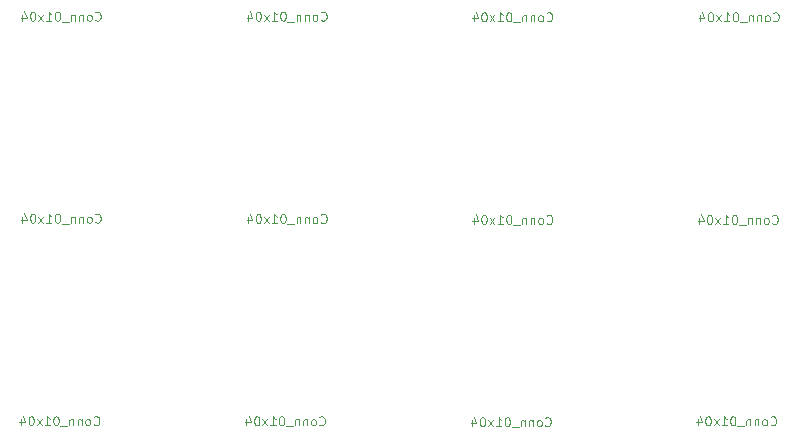
<source format=gbr>
%TF.GenerationSoftware,KiCad,Pcbnew,9.0.2*%
%TF.CreationDate,2025-05-19T21:39:43+01:00*%
%TF.ProjectId,grove_adaptor_panel,67726f76-655f-4616-9461-70746f725f70,rev?*%
%TF.SameCoordinates,Original*%
%TF.FileFunction,AssemblyDrawing,Bot*%
%FSLAX46Y46*%
G04 Gerber Fmt 4.6, Leading zero omitted, Abs format (unit mm)*
G04 Created by KiCad (PCBNEW 9.0.2) date 2025-05-19 21:39:43*
%MOMM*%
%LPD*%
G01*
G04 APERTURE LIST*
%ADD10C,0.077216*%
G04 APERTURE END LIST*
D10*
X144536695Y-107484947D02*
X144573464Y-107521717D01*
X144573464Y-107521717D02*
X144683773Y-107558486D01*
X144683773Y-107558486D02*
X144757312Y-107558486D01*
X144757312Y-107558486D02*
X144867620Y-107521717D01*
X144867620Y-107521717D02*
X144941159Y-107448177D01*
X144941159Y-107448177D02*
X144977929Y-107374638D01*
X144977929Y-107374638D02*
X145014698Y-107227560D01*
X145014698Y-107227560D02*
X145014698Y-107117252D01*
X145014698Y-107117252D02*
X144977929Y-106970174D01*
X144977929Y-106970174D02*
X144941159Y-106896635D01*
X144941159Y-106896635D02*
X144867620Y-106823096D01*
X144867620Y-106823096D02*
X144757312Y-106786326D01*
X144757312Y-106786326D02*
X144683773Y-106786326D01*
X144683773Y-106786326D02*
X144573464Y-106823096D01*
X144573464Y-106823096D02*
X144536695Y-106859865D01*
X144095460Y-107558486D02*
X144168999Y-107521717D01*
X144168999Y-107521717D02*
X144205769Y-107484947D01*
X144205769Y-107484947D02*
X144242538Y-107411408D01*
X144242538Y-107411408D02*
X144242538Y-107190791D01*
X144242538Y-107190791D02*
X144205769Y-107117252D01*
X144205769Y-107117252D02*
X144168999Y-107080482D01*
X144168999Y-107080482D02*
X144095460Y-107043713D01*
X144095460Y-107043713D02*
X143985152Y-107043713D01*
X143985152Y-107043713D02*
X143911613Y-107080482D01*
X143911613Y-107080482D02*
X143874843Y-107117252D01*
X143874843Y-107117252D02*
X143838074Y-107190791D01*
X143838074Y-107190791D02*
X143838074Y-107411408D01*
X143838074Y-107411408D02*
X143874843Y-107484947D01*
X143874843Y-107484947D02*
X143911613Y-107521717D01*
X143911613Y-107521717D02*
X143985152Y-107558486D01*
X143985152Y-107558486D02*
X144095460Y-107558486D01*
X143507148Y-107043713D02*
X143507148Y-107558486D01*
X143507148Y-107117252D02*
X143470378Y-107080482D01*
X143470378Y-107080482D02*
X143396839Y-107043713D01*
X143396839Y-107043713D02*
X143286531Y-107043713D01*
X143286531Y-107043713D02*
X143212992Y-107080482D01*
X143212992Y-107080482D02*
X143176222Y-107154021D01*
X143176222Y-107154021D02*
X143176222Y-107558486D01*
X142808527Y-107043713D02*
X142808527Y-107558486D01*
X142808527Y-107117252D02*
X142771757Y-107080482D01*
X142771757Y-107080482D02*
X142698218Y-107043713D01*
X142698218Y-107043713D02*
X142587910Y-107043713D01*
X142587910Y-107043713D02*
X142514371Y-107080482D01*
X142514371Y-107080482D02*
X142477601Y-107154021D01*
X142477601Y-107154021D02*
X142477601Y-107558486D01*
X142293754Y-107632025D02*
X141705441Y-107632025D01*
X141374516Y-106786326D02*
X141300977Y-106786326D01*
X141300977Y-106786326D02*
X141227438Y-106823096D01*
X141227438Y-106823096D02*
X141190668Y-106859865D01*
X141190668Y-106859865D02*
X141153899Y-106933404D01*
X141153899Y-106933404D02*
X141117129Y-107080482D01*
X141117129Y-107080482D02*
X141117129Y-107264330D01*
X141117129Y-107264330D02*
X141153899Y-107411408D01*
X141153899Y-107411408D02*
X141190668Y-107484947D01*
X141190668Y-107484947D02*
X141227438Y-107521717D01*
X141227438Y-107521717D02*
X141300977Y-107558486D01*
X141300977Y-107558486D02*
X141374516Y-107558486D01*
X141374516Y-107558486D02*
X141448055Y-107521717D01*
X141448055Y-107521717D02*
X141484824Y-107484947D01*
X141484824Y-107484947D02*
X141521594Y-107411408D01*
X141521594Y-107411408D02*
X141558363Y-107264330D01*
X141558363Y-107264330D02*
X141558363Y-107080482D01*
X141558363Y-107080482D02*
X141521594Y-106933404D01*
X141521594Y-106933404D02*
X141484824Y-106859865D01*
X141484824Y-106859865D02*
X141448055Y-106823096D01*
X141448055Y-106823096D02*
X141374516Y-106786326D01*
X140381739Y-107558486D02*
X140822973Y-107558486D01*
X140602356Y-107558486D02*
X140602356Y-106786326D01*
X140602356Y-106786326D02*
X140675895Y-106896635D01*
X140675895Y-106896635D02*
X140749434Y-106970174D01*
X140749434Y-106970174D02*
X140822973Y-107006943D01*
X140124353Y-107558486D02*
X139719888Y-107043713D01*
X140124353Y-107043713D02*
X139719888Y-107558486D01*
X139278654Y-106786326D02*
X139205115Y-106786326D01*
X139205115Y-106786326D02*
X139131576Y-106823096D01*
X139131576Y-106823096D02*
X139094806Y-106859865D01*
X139094806Y-106859865D02*
X139058037Y-106933404D01*
X139058037Y-106933404D02*
X139021267Y-107080482D01*
X139021267Y-107080482D02*
X139021267Y-107264330D01*
X139021267Y-107264330D02*
X139058037Y-107411408D01*
X139058037Y-107411408D02*
X139094806Y-107484947D01*
X139094806Y-107484947D02*
X139131576Y-107521717D01*
X139131576Y-107521717D02*
X139205115Y-107558486D01*
X139205115Y-107558486D02*
X139278654Y-107558486D01*
X139278654Y-107558486D02*
X139352193Y-107521717D01*
X139352193Y-107521717D02*
X139388962Y-107484947D01*
X139388962Y-107484947D02*
X139425732Y-107411408D01*
X139425732Y-107411408D02*
X139462501Y-107264330D01*
X139462501Y-107264330D02*
X139462501Y-107080482D01*
X139462501Y-107080482D02*
X139425732Y-106933404D01*
X139425732Y-106933404D02*
X139388962Y-106859865D01*
X139388962Y-106859865D02*
X139352193Y-106823096D01*
X139352193Y-106823096D02*
X139278654Y-106786326D01*
X138359416Y-107043713D02*
X138359416Y-107558486D01*
X138543264Y-106749557D02*
X138727111Y-107301099D01*
X138727111Y-107301099D02*
X138249108Y-107301099D01*
X163713695Y-90339947D02*
X163750464Y-90376717D01*
X163750464Y-90376717D02*
X163860773Y-90413486D01*
X163860773Y-90413486D02*
X163934312Y-90413486D01*
X163934312Y-90413486D02*
X164044620Y-90376717D01*
X164044620Y-90376717D02*
X164118159Y-90303177D01*
X164118159Y-90303177D02*
X164154929Y-90229638D01*
X164154929Y-90229638D02*
X164191698Y-90082560D01*
X164191698Y-90082560D02*
X164191698Y-89972252D01*
X164191698Y-89972252D02*
X164154929Y-89825174D01*
X164154929Y-89825174D02*
X164118159Y-89751635D01*
X164118159Y-89751635D02*
X164044620Y-89678096D01*
X164044620Y-89678096D02*
X163934312Y-89641326D01*
X163934312Y-89641326D02*
X163860773Y-89641326D01*
X163860773Y-89641326D02*
X163750464Y-89678096D01*
X163750464Y-89678096D02*
X163713695Y-89714865D01*
X163272460Y-90413486D02*
X163345999Y-90376717D01*
X163345999Y-90376717D02*
X163382769Y-90339947D01*
X163382769Y-90339947D02*
X163419538Y-90266408D01*
X163419538Y-90266408D02*
X163419538Y-90045791D01*
X163419538Y-90045791D02*
X163382769Y-89972252D01*
X163382769Y-89972252D02*
X163345999Y-89935482D01*
X163345999Y-89935482D02*
X163272460Y-89898713D01*
X163272460Y-89898713D02*
X163162152Y-89898713D01*
X163162152Y-89898713D02*
X163088613Y-89935482D01*
X163088613Y-89935482D02*
X163051843Y-89972252D01*
X163051843Y-89972252D02*
X163015074Y-90045791D01*
X163015074Y-90045791D02*
X163015074Y-90266408D01*
X163015074Y-90266408D02*
X163051843Y-90339947D01*
X163051843Y-90339947D02*
X163088613Y-90376717D01*
X163088613Y-90376717D02*
X163162152Y-90413486D01*
X163162152Y-90413486D02*
X163272460Y-90413486D01*
X162684148Y-89898713D02*
X162684148Y-90413486D01*
X162684148Y-89972252D02*
X162647378Y-89935482D01*
X162647378Y-89935482D02*
X162573839Y-89898713D01*
X162573839Y-89898713D02*
X162463531Y-89898713D01*
X162463531Y-89898713D02*
X162389992Y-89935482D01*
X162389992Y-89935482D02*
X162353222Y-90009021D01*
X162353222Y-90009021D02*
X162353222Y-90413486D01*
X161985527Y-89898713D02*
X161985527Y-90413486D01*
X161985527Y-89972252D02*
X161948757Y-89935482D01*
X161948757Y-89935482D02*
X161875218Y-89898713D01*
X161875218Y-89898713D02*
X161764910Y-89898713D01*
X161764910Y-89898713D02*
X161691371Y-89935482D01*
X161691371Y-89935482D02*
X161654601Y-90009021D01*
X161654601Y-90009021D02*
X161654601Y-90413486D01*
X161470754Y-90487025D02*
X160882441Y-90487025D01*
X160551516Y-89641326D02*
X160477977Y-89641326D01*
X160477977Y-89641326D02*
X160404438Y-89678096D01*
X160404438Y-89678096D02*
X160367668Y-89714865D01*
X160367668Y-89714865D02*
X160330899Y-89788404D01*
X160330899Y-89788404D02*
X160294129Y-89935482D01*
X160294129Y-89935482D02*
X160294129Y-90119330D01*
X160294129Y-90119330D02*
X160330899Y-90266408D01*
X160330899Y-90266408D02*
X160367668Y-90339947D01*
X160367668Y-90339947D02*
X160404438Y-90376717D01*
X160404438Y-90376717D02*
X160477977Y-90413486D01*
X160477977Y-90413486D02*
X160551516Y-90413486D01*
X160551516Y-90413486D02*
X160625055Y-90376717D01*
X160625055Y-90376717D02*
X160661824Y-90339947D01*
X160661824Y-90339947D02*
X160698594Y-90266408D01*
X160698594Y-90266408D02*
X160735363Y-90119330D01*
X160735363Y-90119330D02*
X160735363Y-89935482D01*
X160735363Y-89935482D02*
X160698594Y-89788404D01*
X160698594Y-89788404D02*
X160661824Y-89714865D01*
X160661824Y-89714865D02*
X160625055Y-89678096D01*
X160625055Y-89678096D02*
X160551516Y-89641326D01*
X159558739Y-90413486D02*
X159999973Y-90413486D01*
X159779356Y-90413486D02*
X159779356Y-89641326D01*
X159779356Y-89641326D02*
X159852895Y-89751635D01*
X159852895Y-89751635D02*
X159926434Y-89825174D01*
X159926434Y-89825174D02*
X159999973Y-89861943D01*
X159301353Y-90413486D02*
X158896888Y-89898713D01*
X159301353Y-89898713D02*
X158896888Y-90413486D01*
X158455654Y-89641326D02*
X158382115Y-89641326D01*
X158382115Y-89641326D02*
X158308576Y-89678096D01*
X158308576Y-89678096D02*
X158271806Y-89714865D01*
X158271806Y-89714865D02*
X158235037Y-89788404D01*
X158235037Y-89788404D02*
X158198267Y-89935482D01*
X158198267Y-89935482D02*
X158198267Y-90119330D01*
X158198267Y-90119330D02*
X158235037Y-90266408D01*
X158235037Y-90266408D02*
X158271806Y-90339947D01*
X158271806Y-90339947D02*
X158308576Y-90376717D01*
X158308576Y-90376717D02*
X158382115Y-90413486D01*
X158382115Y-90413486D02*
X158455654Y-90413486D01*
X158455654Y-90413486D02*
X158529193Y-90376717D01*
X158529193Y-90376717D02*
X158565962Y-90339947D01*
X158565962Y-90339947D02*
X158602732Y-90266408D01*
X158602732Y-90266408D02*
X158639501Y-90119330D01*
X158639501Y-90119330D02*
X158639501Y-89935482D01*
X158639501Y-89935482D02*
X158602732Y-89788404D01*
X158602732Y-89788404D02*
X158565962Y-89714865D01*
X158565962Y-89714865D02*
X158529193Y-89678096D01*
X158529193Y-89678096D02*
X158455654Y-89641326D01*
X157536416Y-89898713D02*
X157536416Y-90413486D01*
X157720264Y-89604557D02*
X157904111Y-90156099D01*
X157904111Y-90156099D02*
X157426108Y-90156099D01*
X144536695Y-90339947D02*
X144573464Y-90376717D01*
X144573464Y-90376717D02*
X144683773Y-90413486D01*
X144683773Y-90413486D02*
X144757312Y-90413486D01*
X144757312Y-90413486D02*
X144867620Y-90376717D01*
X144867620Y-90376717D02*
X144941159Y-90303177D01*
X144941159Y-90303177D02*
X144977929Y-90229638D01*
X144977929Y-90229638D02*
X145014698Y-90082560D01*
X145014698Y-90082560D02*
X145014698Y-89972252D01*
X145014698Y-89972252D02*
X144977929Y-89825174D01*
X144977929Y-89825174D02*
X144941159Y-89751635D01*
X144941159Y-89751635D02*
X144867620Y-89678096D01*
X144867620Y-89678096D02*
X144757312Y-89641326D01*
X144757312Y-89641326D02*
X144683773Y-89641326D01*
X144683773Y-89641326D02*
X144573464Y-89678096D01*
X144573464Y-89678096D02*
X144536695Y-89714865D01*
X144095460Y-90413486D02*
X144168999Y-90376717D01*
X144168999Y-90376717D02*
X144205769Y-90339947D01*
X144205769Y-90339947D02*
X144242538Y-90266408D01*
X144242538Y-90266408D02*
X144242538Y-90045791D01*
X144242538Y-90045791D02*
X144205769Y-89972252D01*
X144205769Y-89972252D02*
X144168999Y-89935482D01*
X144168999Y-89935482D02*
X144095460Y-89898713D01*
X144095460Y-89898713D02*
X143985152Y-89898713D01*
X143985152Y-89898713D02*
X143911613Y-89935482D01*
X143911613Y-89935482D02*
X143874843Y-89972252D01*
X143874843Y-89972252D02*
X143838074Y-90045791D01*
X143838074Y-90045791D02*
X143838074Y-90266408D01*
X143838074Y-90266408D02*
X143874843Y-90339947D01*
X143874843Y-90339947D02*
X143911613Y-90376717D01*
X143911613Y-90376717D02*
X143985152Y-90413486D01*
X143985152Y-90413486D02*
X144095460Y-90413486D01*
X143507148Y-89898713D02*
X143507148Y-90413486D01*
X143507148Y-89972252D02*
X143470378Y-89935482D01*
X143470378Y-89935482D02*
X143396839Y-89898713D01*
X143396839Y-89898713D02*
X143286531Y-89898713D01*
X143286531Y-89898713D02*
X143212992Y-89935482D01*
X143212992Y-89935482D02*
X143176222Y-90009021D01*
X143176222Y-90009021D02*
X143176222Y-90413486D01*
X142808527Y-89898713D02*
X142808527Y-90413486D01*
X142808527Y-89972252D02*
X142771757Y-89935482D01*
X142771757Y-89935482D02*
X142698218Y-89898713D01*
X142698218Y-89898713D02*
X142587910Y-89898713D01*
X142587910Y-89898713D02*
X142514371Y-89935482D01*
X142514371Y-89935482D02*
X142477601Y-90009021D01*
X142477601Y-90009021D02*
X142477601Y-90413486D01*
X142293754Y-90487025D02*
X141705441Y-90487025D01*
X141374516Y-89641326D02*
X141300977Y-89641326D01*
X141300977Y-89641326D02*
X141227438Y-89678096D01*
X141227438Y-89678096D02*
X141190668Y-89714865D01*
X141190668Y-89714865D02*
X141153899Y-89788404D01*
X141153899Y-89788404D02*
X141117129Y-89935482D01*
X141117129Y-89935482D02*
X141117129Y-90119330D01*
X141117129Y-90119330D02*
X141153899Y-90266408D01*
X141153899Y-90266408D02*
X141190668Y-90339947D01*
X141190668Y-90339947D02*
X141227438Y-90376717D01*
X141227438Y-90376717D02*
X141300977Y-90413486D01*
X141300977Y-90413486D02*
X141374516Y-90413486D01*
X141374516Y-90413486D02*
X141448055Y-90376717D01*
X141448055Y-90376717D02*
X141484824Y-90339947D01*
X141484824Y-90339947D02*
X141521594Y-90266408D01*
X141521594Y-90266408D02*
X141558363Y-90119330D01*
X141558363Y-90119330D02*
X141558363Y-89935482D01*
X141558363Y-89935482D02*
X141521594Y-89788404D01*
X141521594Y-89788404D02*
X141484824Y-89714865D01*
X141484824Y-89714865D02*
X141448055Y-89678096D01*
X141448055Y-89678096D02*
X141374516Y-89641326D01*
X140381739Y-90413486D02*
X140822973Y-90413486D01*
X140602356Y-90413486D02*
X140602356Y-89641326D01*
X140602356Y-89641326D02*
X140675895Y-89751635D01*
X140675895Y-89751635D02*
X140749434Y-89825174D01*
X140749434Y-89825174D02*
X140822973Y-89861943D01*
X140124353Y-90413486D02*
X139719888Y-89898713D01*
X140124353Y-89898713D02*
X139719888Y-90413486D01*
X139278654Y-89641326D02*
X139205115Y-89641326D01*
X139205115Y-89641326D02*
X139131576Y-89678096D01*
X139131576Y-89678096D02*
X139094806Y-89714865D01*
X139094806Y-89714865D02*
X139058037Y-89788404D01*
X139058037Y-89788404D02*
X139021267Y-89935482D01*
X139021267Y-89935482D02*
X139021267Y-90119330D01*
X139021267Y-90119330D02*
X139058037Y-90266408D01*
X139058037Y-90266408D02*
X139094806Y-90339947D01*
X139094806Y-90339947D02*
X139131576Y-90376717D01*
X139131576Y-90376717D02*
X139205115Y-90413486D01*
X139205115Y-90413486D02*
X139278654Y-90413486D01*
X139278654Y-90413486D02*
X139352193Y-90376717D01*
X139352193Y-90376717D02*
X139388962Y-90339947D01*
X139388962Y-90339947D02*
X139425732Y-90266408D01*
X139425732Y-90266408D02*
X139462501Y-90119330D01*
X139462501Y-90119330D02*
X139462501Y-89935482D01*
X139462501Y-89935482D02*
X139425732Y-89788404D01*
X139425732Y-89788404D02*
X139388962Y-89714865D01*
X139388962Y-89714865D02*
X139352193Y-89678096D01*
X139352193Y-89678096D02*
X139278654Y-89641326D01*
X138359416Y-89898713D02*
X138359416Y-90413486D01*
X138543264Y-89604557D02*
X138727111Y-90156099D01*
X138727111Y-90156099D02*
X138249108Y-90156099D01*
X125423195Y-107421447D02*
X125459964Y-107458217D01*
X125459964Y-107458217D02*
X125570273Y-107494986D01*
X125570273Y-107494986D02*
X125643812Y-107494986D01*
X125643812Y-107494986D02*
X125754120Y-107458217D01*
X125754120Y-107458217D02*
X125827659Y-107384677D01*
X125827659Y-107384677D02*
X125864429Y-107311138D01*
X125864429Y-107311138D02*
X125901198Y-107164060D01*
X125901198Y-107164060D02*
X125901198Y-107053752D01*
X125901198Y-107053752D02*
X125864429Y-106906674D01*
X125864429Y-106906674D02*
X125827659Y-106833135D01*
X125827659Y-106833135D02*
X125754120Y-106759596D01*
X125754120Y-106759596D02*
X125643812Y-106722826D01*
X125643812Y-106722826D02*
X125570273Y-106722826D01*
X125570273Y-106722826D02*
X125459964Y-106759596D01*
X125459964Y-106759596D02*
X125423195Y-106796365D01*
X124981960Y-107494986D02*
X125055499Y-107458217D01*
X125055499Y-107458217D02*
X125092269Y-107421447D01*
X125092269Y-107421447D02*
X125129038Y-107347908D01*
X125129038Y-107347908D02*
X125129038Y-107127291D01*
X125129038Y-107127291D02*
X125092269Y-107053752D01*
X125092269Y-107053752D02*
X125055499Y-107016982D01*
X125055499Y-107016982D02*
X124981960Y-106980213D01*
X124981960Y-106980213D02*
X124871652Y-106980213D01*
X124871652Y-106980213D02*
X124798113Y-107016982D01*
X124798113Y-107016982D02*
X124761343Y-107053752D01*
X124761343Y-107053752D02*
X124724574Y-107127291D01*
X124724574Y-107127291D02*
X124724574Y-107347908D01*
X124724574Y-107347908D02*
X124761343Y-107421447D01*
X124761343Y-107421447D02*
X124798113Y-107458217D01*
X124798113Y-107458217D02*
X124871652Y-107494986D01*
X124871652Y-107494986D02*
X124981960Y-107494986D01*
X124393648Y-106980213D02*
X124393648Y-107494986D01*
X124393648Y-107053752D02*
X124356878Y-107016982D01*
X124356878Y-107016982D02*
X124283339Y-106980213D01*
X124283339Y-106980213D02*
X124173031Y-106980213D01*
X124173031Y-106980213D02*
X124099492Y-107016982D01*
X124099492Y-107016982D02*
X124062722Y-107090521D01*
X124062722Y-107090521D02*
X124062722Y-107494986D01*
X123695027Y-106980213D02*
X123695027Y-107494986D01*
X123695027Y-107053752D02*
X123658257Y-107016982D01*
X123658257Y-107016982D02*
X123584718Y-106980213D01*
X123584718Y-106980213D02*
X123474410Y-106980213D01*
X123474410Y-106980213D02*
X123400871Y-107016982D01*
X123400871Y-107016982D02*
X123364101Y-107090521D01*
X123364101Y-107090521D02*
X123364101Y-107494986D01*
X123180254Y-107568525D02*
X122591941Y-107568525D01*
X122261016Y-106722826D02*
X122187477Y-106722826D01*
X122187477Y-106722826D02*
X122113938Y-106759596D01*
X122113938Y-106759596D02*
X122077168Y-106796365D01*
X122077168Y-106796365D02*
X122040399Y-106869904D01*
X122040399Y-106869904D02*
X122003629Y-107016982D01*
X122003629Y-107016982D02*
X122003629Y-107200830D01*
X122003629Y-107200830D02*
X122040399Y-107347908D01*
X122040399Y-107347908D02*
X122077168Y-107421447D01*
X122077168Y-107421447D02*
X122113938Y-107458217D01*
X122113938Y-107458217D02*
X122187477Y-107494986D01*
X122187477Y-107494986D02*
X122261016Y-107494986D01*
X122261016Y-107494986D02*
X122334555Y-107458217D01*
X122334555Y-107458217D02*
X122371324Y-107421447D01*
X122371324Y-107421447D02*
X122408094Y-107347908D01*
X122408094Y-107347908D02*
X122444863Y-107200830D01*
X122444863Y-107200830D02*
X122444863Y-107016982D01*
X122444863Y-107016982D02*
X122408094Y-106869904D01*
X122408094Y-106869904D02*
X122371324Y-106796365D01*
X122371324Y-106796365D02*
X122334555Y-106759596D01*
X122334555Y-106759596D02*
X122261016Y-106722826D01*
X121268239Y-107494986D02*
X121709473Y-107494986D01*
X121488856Y-107494986D02*
X121488856Y-106722826D01*
X121488856Y-106722826D02*
X121562395Y-106833135D01*
X121562395Y-106833135D02*
X121635934Y-106906674D01*
X121635934Y-106906674D02*
X121709473Y-106943443D01*
X121010853Y-107494986D02*
X120606388Y-106980213D01*
X121010853Y-106980213D02*
X120606388Y-107494986D01*
X120165154Y-106722826D02*
X120091615Y-106722826D01*
X120091615Y-106722826D02*
X120018076Y-106759596D01*
X120018076Y-106759596D02*
X119981306Y-106796365D01*
X119981306Y-106796365D02*
X119944537Y-106869904D01*
X119944537Y-106869904D02*
X119907767Y-107016982D01*
X119907767Y-107016982D02*
X119907767Y-107200830D01*
X119907767Y-107200830D02*
X119944537Y-107347908D01*
X119944537Y-107347908D02*
X119981306Y-107421447D01*
X119981306Y-107421447D02*
X120018076Y-107458217D01*
X120018076Y-107458217D02*
X120091615Y-107494986D01*
X120091615Y-107494986D02*
X120165154Y-107494986D01*
X120165154Y-107494986D02*
X120238693Y-107458217D01*
X120238693Y-107458217D02*
X120275462Y-107421447D01*
X120275462Y-107421447D02*
X120312232Y-107347908D01*
X120312232Y-107347908D02*
X120349001Y-107200830D01*
X120349001Y-107200830D02*
X120349001Y-107016982D01*
X120349001Y-107016982D02*
X120312232Y-106869904D01*
X120312232Y-106869904D02*
X120275462Y-106796365D01*
X120275462Y-106796365D02*
X120238693Y-106759596D01*
X120238693Y-106759596D02*
X120165154Y-106722826D01*
X119245916Y-106980213D02*
X119245916Y-107494986D01*
X119429764Y-106686057D02*
X119613611Y-107237599D01*
X119613611Y-107237599D02*
X119135608Y-107237599D01*
X106192695Y-124528447D02*
X106229464Y-124565217D01*
X106229464Y-124565217D02*
X106339773Y-124601986D01*
X106339773Y-124601986D02*
X106413312Y-124601986D01*
X106413312Y-124601986D02*
X106523620Y-124565217D01*
X106523620Y-124565217D02*
X106597159Y-124491677D01*
X106597159Y-124491677D02*
X106633929Y-124418138D01*
X106633929Y-124418138D02*
X106670698Y-124271060D01*
X106670698Y-124271060D02*
X106670698Y-124160752D01*
X106670698Y-124160752D02*
X106633929Y-124013674D01*
X106633929Y-124013674D02*
X106597159Y-123940135D01*
X106597159Y-123940135D02*
X106523620Y-123866596D01*
X106523620Y-123866596D02*
X106413312Y-123829826D01*
X106413312Y-123829826D02*
X106339773Y-123829826D01*
X106339773Y-123829826D02*
X106229464Y-123866596D01*
X106229464Y-123866596D02*
X106192695Y-123903365D01*
X105751460Y-124601986D02*
X105824999Y-124565217D01*
X105824999Y-124565217D02*
X105861769Y-124528447D01*
X105861769Y-124528447D02*
X105898538Y-124454908D01*
X105898538Y-124454908D02*
X105898538Y-124234291D01*
X105898538Y-124234291D02*
X105861769Y-124160752D01*
X105861769Y-124160752D02*
X105824999Y-124123982D01*
X105824999Y-124123982D02*
X105751460Y-124087213D01*
X105751460Y-124087213D02*
X105641152Y-124087213D01*
X105641152Y-124087213D02*
X105567613Y-124123982D01*
X105567613Y-124123982D02*
X105530843Y-124160752D01*
X105530843Y-124160752D02*
X105494074Y-124234291D01*
X105494074Y-124234291D02*
X105494074Y-124454908D01*
X105494074Y-124454908D02*
X105530843Y-124528447D01*
X105530843Y-124528447D02*
X105567613Y-124565217D01*
X105567613Y-124565217D02*
X105641152Y-124601986D01*
X105641152Y-124601986D02*
X105751460Y-124601986D01*
X105163148Y-124087213D02*
X105163148Y-124601986D01*
X105163148Y-124160752D02*
X105126378Y-124123982D01*
X105126378Y-124123982D02*
X105052839Y-124087213D01*
X105052839Y-124087213D02*
X104942531Y-124087213D01*
X104942531Y-124087213D02*
X104868992Y-124123982D01*
X104868992Y-124123982D02*
X104832222Y-124197521D01*
X104832222Y-124197521D02*
X104832222Y-124601986D01*
X104464527Y-124087213D02*
X104464527Y-124601986D01*
X104464527Y-124160752D02*
X104427757Y-124123982D01*
X104427757Y-124123982D02*
X104354218Y-124087213D01*
X104354218Y-124087213D02*
X104243910Y-124087213D01*
X104243910Y-124087213D02*
X104170371Y-124123982D01*
X104170371Y-124123982D02*
X104133601Y-124197521D01*
X104133601Y-124197521D02*
X104133601Y-124601986D01*
X103949754Y-124675525D02*
X103361441Y-124675525D01*
X103030516Y-123829826D02*
X102956977Y-123829826D01*
X102956977Y-123829826D02*
X102883438Y-123866596D01*
X102883438Y-123866596D02*
X102846668Y-123903365D01*
X102846668Y-123903365D02*
X102809899Y-123976904D01*
X102809899Y-123976904D02*
X102773129Y-124123982D01*
X102773129Y-124123982D02*
X102773129Y-124307830D01*
X102773129Y-124307830D02*
X102809899Y-124454908D01*
X102809899Y-124454908D02*
X102846668Y-124528447D01*
X102846668Y-124528447D02*
X102883438Y-124565217D01*
X102883438Y-124565217D02*
X102956977Y-124601986D01*
X102956977Y-124601986D02*
X103030516Y-124601986D01*
X103030516Y-124601986D02*
X103104055Y-124565217D01*
X103104055Y-124565217D02*
X103140824Y-124528447D01*
X103140824Y-124528447D02*
X103177594Y-124454908D01*
X103177594Y-124454908D02*
X103214363Y-124307830D01*
X103214363Y-124307830D02*
X103214363Y-124123982D01*
X103214363Y-124123982D02*
X103177594Y-123976904D01*
X103177594Y-123976904D02*
X103140824Y-123903365D01*
X103140824Y-123903365D02*
X103104055Y-123866596D01*
X103104055Y-123866596D02*
X103030516Y-123829826D01*
X102037739Y-124601986D02*
X102478973Y-124601986D01*
X102258356Y-124601986D02*
X102258356Y-123829826D01*
X102258356Y-123829826D02*
X102331895Y-123940135D01*
X102331895Y-123940135D02*
X102405434Y-124013674D01*
X102405434Y-124013674D02*
X102478973Y-124050443D01*
X101780353Y-124601986D02*
X101375888Y-124087213D01*
X101780353Y-124087213D02*
X101375888Y-124601986D01*
X100934654Y-123829826D02*
X100861115Y-123829826D01*
X100861115Y-123829826D02*
X100787576Y-123866596D01*
X100787576Y-123866596D02*
X100750806Y-123903365D01*
X100750806Y-123903365D02*
X100714037Y-123976904D01*
X100714037Y-123976904D02*
X100677267Y-124123982D01*
X100677267Y-124123982D02*
X100677267Y-124307830D01*
X100677267Y-124307830D02*
X100714037Y-124454908D01*
X100714037Y-124454908D02*
X100750806Y-124528447D01*
X100750806Y-124528447D02*
X100787576Y-124565217D01*
X100787576Y-124565217D02*
X100861115Y-124601986D01*
X100861115Y-124601986D02*
X100934654Y-124601986D01*
X100934654Y-124601986D02*
X101008193Y-124565217D01*
X101008193Y-124565217D02*
X101044962Y-124528447D01*
X101044962Y-124528447D02*
X101081732Y-124454908D01*
X101081732Y-124454908D02*
X101118501Y-124307830D01*
X101118501Y-124307830D02*
X101118501Y-124123982D01*
X101118501Y-124123982D02*
X101081732Y-123976904D01*
X101081732Y-123976904D02*
X101044962Y-123903365D01*
X101044962Y-123903365D02*
X101008193Y-123866596D01*
X101008193Y-123866596D02*
X100934654Y-123829826D01*
X100015416Y-124087213D02*
X100015416Y-124601986D01*
X100199264Y-123793057D02*
X100383111Y-124344599D01*
X100383111Y-124344599D02*
X99905108Y-124344599D01*
X106319695Y-107383447D02*
X106356464Y-107420217D01*
X106356464Y-107420217D02*
X106466773Y-107456986D01*
X106466773Y-107456986D02*
X106540312Y-107456986D01*
X106540312Y-107456986D02*
X106650620Y-107420217D01*
X106650620Y-107420217D02*
X106724159Y-107346677D01*
X106724159Y-107346677D02*
X106760929Y-107273138D01*
X106760929Y-107273138D02*
X106797698Y-107126060D01*
X106797698Y-107126060D02*
X106797698Y-107015752D01*
X106797698Y-107015752D02*
X106760929Y-106868674D01*
X106760929Y-106868674D02*
X106724159Y-106795135D01*
X106724159Y-106795135D02*
X106650620Y-106721596D01*
X106650620Y-106721596D02*
X106540312Y-106684826D01*
X106540312Y-106684826D02*
X106466773Y-106684826D01*
X106466773Y-106684826D02*
X106356464Y-106721596D01*
X106356464Y-106721596D02*
X106319695Y-106758365D01*
X105878460Y-107456986D02*
X105951999Y-107420217D01*
X105951999Y-107420217D02*
X105988769Y-107383447D01*
X105988769Y-107383447D02*
X106025538Y-107309908D01*
X106025538Y-107309908D02*
X106025538Y-107089291D01*
X106025538Y-107089291D02*
X105988769Y-107015752D01*
X105988769Y-107015752D02*
X105951999Y-106978982D01*
X105951999Y-106978982D02*
X105878460Y-106942213D01*
X105878460Y-106942213D02*
X105768152Y-106942213D01*
X105768152Y-106942213D02*
X105694613Y-106978982D01*
X105694613Y-106978982D02*
X105657843Y-107015752D01*
X105657843Y-107015752D02*
X105621074Y-107089291D01*
X105621074Y-107089291D02*
X105621074Y-107309908D01*
X105621074Y-107309908D02*
X105657843Y-107383447D01*
X105657843Y-107383447D02*
X105694613Y-107420217D01*
X105694613Y-107420217D02*
X105768152Y-107456986D01*
X105768152Y-107456986D02*
X105878460Y-107456986D01*
X105290148Y-106942213D02*
X105290148Y-107456986D01*
X105290148Y-107015752D02*
X105253378Y-106978982D01*
X105253378Y-106978982D02*
X105179839Y-106942213D01*
X105179839Y-106942213D02*
X105069531Y-106942213D01*
X105069531Y-106942213D02*
X104995992Y-106978982D01*
X104995992Y-106978982D02*
X104959222Y-107052521D01*
X104959222Y-107052521D02*
X104959222Y-107456986D01*
X104591527Y-106942213D02*
X104591527Y-107456986D01*
X104591527Y-107015752D02*
X104554757Y-106978982D01*
X104554757Y-106978982D02*
X104481218Y-106942213D01*
X104481218Y-106942213D02*
X104370910Y-106942213D01*
X104370910Y-106942213D02*
X104297371Y-106978982D01*
X104297371Y-106978982D02*
X104260601Y-107052521D01*
X104260601Y-107052521D02*
X104260601Y-107456986D01*
X104076754Y-107530525D02*
X103488441Y-107530525D01*
X103157516Y-106684826D02*
X103083977Y-106684826D01*
X103083977Y-106684826D02*
X103010438Y-106721596D01*
X103010438Y-106721596D02*
X102973668Y-106758365D01*
X102973668Y-106758365D02*
X102936899Y-106831904D01*
X102936899Y-106831904D02*
X102900129Y-106978982D01*
X102900129Y-106978982D02*
X102900129Y-107162830D01*
X102900129Y-107162830D02*
X102936899Y-107309908D01*
X102936899Y-107309908D02*
X102973668Y-107383447D01*
X102973668Y-107383447D02*
X103010438Y-107420217D01*
X103010438Y-107420217D02*
X103083977Y-107456986D01*
X103083977Y-107456986D02*
X103157516Y-107456986D01*
X103157516Y-107456986D02*
X103231055Y-107420217D01*
X103231055Y-107420217D02*
X103267824Y-107383447D01*
X103267824Y-107383447D02*
X103304594Y-107309908D01*
X103304594Y-107309908D02*
X103341363Y-107162830D01*
X103341363Y-107162830D02*
X103341363Y-106978982D01*
X103341363Y-106978982D02*
X103304594Y-106831904D01*
X103304594Y-106831904D02*
X103267824Y-106758365D01*
X103267824Y-106758365D02*
X103231055Y-106721596D01*
X103231055Y-106721596D02*
X103157516Y-106684826D01*
X102164739Y-107456986D02*
X102605973Y-107456986D01*
X102385356Y-107456986D02*
X102385356Y-106684826D01*
X102385356Y-106684826D02*
X102458895Y-106795135D01*
X102458895Y-106795135D02*
X102532434Y-106868674D01*
X102532434Y-106868674D02*
X102605973Y-106905443D01*
X101907353Y-107456986D02*
X101502888Y-106942213D01*
X101907353Y-106942213D02*
X101502888Y-107456986D01*
X101061654Y-106684826D02*
X100988115Y-106684826D01*
X100988115Y-106684826D02*
X100914576Y-106721596D01*
X100914576Y-106721596D02*
X100877806Y-106758365D01*
X100877806Y-106758365D02*
X100841037Y-106831904D01*
X100841037Y-106831904D02*
X100804267Y-106978982D01*
X100804267Y-106978982D02*
X100804267Y-107162830D01*
X100804267Y-107162830D02*
X100841037Y-107309908D01*
X100841037Y-107309908D02*
X100877806Y-107383447D01*
X100877806Y-107383447D02*
X100914576Y-107420217D01*
X100914576Y-107420217D02*
X100988115Y-107456986D01*
X100988115Y-107456986D02*
X101061654Y-107456986D01*
X101061654Y-107456986D02*
X101135193Y-107420217D01*
X101135193Y-107420217D02*
X101171962Y-107383447D01*
X101171962Y-107383447D02*
X101208732Y-107309908D01*
X101208732Y-107309908D02*
X101245501Y-107162830D01*
X101245501Y-107162830D02*
X101245501Y-106978982D01*
X101245501Y-106978982D02*
X101208732Y-106831904D01*
X101208732Y-106831904D02*
X101171962Y-106758365D01*
X101171962Y-106758365D02*
X101135193Y-106721596D01*
X101135193Y-106721596D02*
X101061654Y-106684826D01*
X100142416Y-106942213D02*
X100142416Y-107456986D01*
X100326264Y-106648057D02*
X100510111Y-107199599D01*
X100510111Y-107199599D02*
X100032108Y-107199599D01*
X163503195Y-124550447D02*
X163539964Y-124587217D01*
X163539964Y-124587217D02*
X163650273Y-124623986D01*
X163650273Y-124623986D02*
X163723812Y-124623986D01*
X163723812Y-124623986D02*
X163834120Y-124587217D01*
X163834120Y-124587217D02*
X163907659Y-124513677D01*
X163907659Y-124513677D02*
X163944429Y-124440138D01*
X163944429Y-124440138D02*
X163981198Y-124293060D01*
X163981198Y-124293060D02*
X163981198Y-124182752D01*
X163981198Y-124182752D02*
X163944429Y-124035674D01*
X163944429Y-124035674D02*
X163907659Y-123962135D01*
X163907659Y-123962135D02*
X163834120Y-123888596D01*
X163834120Y-123888596D02*
X163723812Y-123851826D01*
X163723812Y-123851826D02*
X163650273Y-123851826D01*
X163650273Y-123851826D02*
X163539964Y-123888596D01*
X163539964Y-123888596D02*
X163503195Y-123925365D01*
X163061960Y-124623986D02*
X163135499Y-124587217D01*
X163135499Y-124587217D02*
X163172269Y-124550447D01*
X163172269Y-124550447D02*
X163209038Y-124476908D01*
X163209038Y-124476908D02*
X163209038Y-124256291D01*
X163209038Y-124256291D02*
X163172269Y-124182752D01*
X163172269Y-124182752D02*
X163135499Y-124145982D01*
X163135499Y-124145982D02*
X163061960Y-124109213D01*
X163061960Y-124109213D02*
X162951652Y-124109213D01*
X162951652Y-124109213D02*
X162878113Y-124145982D01*
X162878113Y-124145982D02*
X162841343Y-124182752D01*
X162841343Y-124182752D02*
X162804574Y-124256291D01*
X162804574Y-124256291D02*
X162804574Y-124476908D01*
X162804574Y-124476908D02*
X162841343Y-124550447D01*
X162841343Y-124550447D02*
X162878113Y-124587217D01*
X162878113Y-124587217D02*
X162951652Y-124623986D01*
X162951652Y-124623986D02*
X163061960Y-124623986D01*
X162473648Y-124109213D02*
X162473648Y-124623986D01*
X162473648Y-124182752D02*
X162436878Y-124145982D01*
X162436878Y-124145982D02*
X162363339Y-124109213D01*
X162363339Y-124109213D02*
X162253031Y-124109213D01*
X162253031Y-124109213D02*
X162179492Y-124145982D01*
X162179492Y-124145982D02*
X162142722Y-124219521D01*
X162142722Y-124219521D02*
X162142722Y-124623986D01*
X161775027Y-124109213D02*
X161775027Y-124623986D01*
X161775027Y-124182752D02*
X161738257Y-124145982D01*
X161738257Y-124145982D02*
X161664718Y-124109213D01*
X161664718Y-124109213D02*
X161554410Y-124109213D01*
X161554410Y-124109213D02*
X161480871Y-124145982D01*
X161480871Y-124145982D02*
X161444101Y-124219521D01*
X161444101Y-124219521D02*
X161444101Y-124623986D01*
X161260254Y-124697525D02*
X160671941Y-124697525D01*
X160341016Y-123851826D02*
X160267477Y-123851826D01*
X160267477Y-123851826D02*
X160193938Y-123888596D01*
X160193938Y-123888596D02*
X160157168Y-123925365D01*
X160157168Y-123925365D02*
X160120399Y-123998904D01*
X160120399Y-123998904D02*
X160083629Y-124145982D01*
X160083629Y-124145982D02*
X160083629Y-124329830D01*
X160083629Y-124329830D02*
X160120399Y-124476908D01*
X160120399Y-124476908D02*
X160157168Y-124550447D01*
X160157168Y-124550447D02*
X160193938Y-124587217D01*
X160193938Y-124587217D02*
X160267477Y-124623986D01*
X160267477Y-124623986D02*
X160341016Y-124623986D01*
X160341016Y-124623986D02*
X160414555Y-124587217D01*
X160414555Y-124587217D02*
X160451324Y-124550447D01*
X160451324Y-124550447D02*
X160488094Y-124476908D01*
X160488094Y-124476908D02*
X160524863Y-124329830D01*
X160524863Y-124329830D02*
X160524863Y-124145982D01*
X160524863Y-124145982D02*
X160488094Y-123998904D01*
X160488094Y-123998904D02*
X160451324Y-123925365D01*
X160451324Y-123925365D02*
X160414555Y-123888596D01*
X160414555Y-123888596D02*
X160341016Y-123851826D01*
X159348239Y-124623986D02*
X159789473Y-124623986D01*
X159568856Y-124623986D02*
X159568856Y-123851826D01*
X159568856Y-123851826D02*
X159642395Y-123962135D01*
X159642395Y-123962135D02*
X159715934Y-124035674D01*
X159715934Y-124035674D02*
X159789473Y-124072443D01*
X159090853Y-124623986D02*
X158686388Y-124109213D01*
X159090853Y-124109213D02*
X158686388Y-124623986D01*
X158245154Y-123851826D02*
X158171615Y-123851826D01*
X158171615Y-123851826D02*
X158098076Y-123888596D01*
X158098076Y-123888596D02*
X158061306Y-123925365D01*
X158061306Y-123925365D02*
X158024537Y-123998904D01*
X158024537Y-123998904D02*
X157987767Y-124145982D01*
X157987767Y-124145982D02*
X157987767Y-124329830D01*
X157987767Y-124329830D02*
X158024537Y-124476908D01*
X158024537Y-124476908D02*
X158061306Y-124550447D01*
X158061306Y-124550447D02*
X158098076Y-124587217D01*
X158098076Y-124587217D02*
X158171615Y-124623986D01*
X158171615Y-124623986D02*
X158245154Y-124623986D01*
X158245154Y-124623986D02*
X158318693Y-124587217D01*
X158318693Y-124587217D02*
X158355462Y-124550447D01*
X158355462Y-124550447D02*
X158392232Y-124476908D01*
X158392232Y-124476908D02*
X158429001Y-124329830D01*
X158429001Y-124329830D02*
X158429001Y-124145982D01*
X158429001Y-124145982D02*
X158392232Y-123998904D01*
X158392232Y-123998904D02*
X158355462Y-123925365D01*
X158355462Y-123925365D02*
X158318693Y-123888596D01*
X158318693Y-123888596D02*
X158245154Y-123851826D01*
X157325916Y-124109213D02*
X157325916Y-124623986D01*
X157509764Y-123815057D02*
X157693611Y-124366599D01*
X157693611Y-124366599D02*
X157215608Y-124366599D01*
X144399695Y-124613947D02*
X144436464Y-124650717D01*
X144436464Y-124650717D02*
X144546773Y-124687486D01*
X144546773Y-124687486D02*
X144620312Y-124687486D01*
X144620312Y-124687486D02*
X144730620Y-124650717D01*
X144730620Y-124650717D02*
X144804159Y-124577177D01*
X144804159Y-124577177D02*
X144840929Y-124503638D01*
X144840929Y-124503638D02*
X144877698Y-124356560D01*
X144877698Y-124356560D02*
X144877698Y-124246252D01*
X144877698Y-124246252D02*
X144840929Y-124099174D01*
X144840929Y-124099174D02*
X144804159Y-124025635D01*
X144804159Y-124025635D02*
X144730620Y-123952096D01*
X144730620Y-123952096D02*
X144620312Y-123915326D01*
X144620312Y-123915326D02*
X144546773Y-123915326D01*
X144546773Y-123915326D02*
X144436464Y-123952096D01*
X144436464Y-123952096D02*
X144399695Y-123988865D01*
X143958460Y-124687486D02*
X144031999Y-124650717D01*
X144031999Y-124650717D02*
X144068769Y-124613947D01*
X144068769Y-124613947D02*
X144105538Y-124540408D01*
X144105538Y-124540408D02*
X144105538Y-124319791D01*
X144105538Y-124319791D02*
X144068769Y-124246252D01*
X144068769Y-124246252D02*
X144031999Y-124209482D01*
X144031999Y-124209482D02*
X143958460Y-124172713D01*
X143958460Y-124172713D02*
X143848152Y-124172713D01*
X143848152Y-124172713D02*
X143774613Y-124209482D01*
X143774613Y-124209482D02*
X143737843Y-124246252D01*
X143737843Y-124246252D02*
X143701074Y-124319791D01*
X143701074Y-124319791D02*
X143701074Y-124540408D01*
X143701074Y-124540408D02*
X143737843Y-124613947D01*
X143737843Y-124613947D02*
X143774613Y-124650717D01*
X143774613Y-124650717D02*
X143848152Y-124687486D01*
X143848152Y-124687486D02*
X143958460Y-124687486D01*
X143370148Y-124172713D02*
X143370148Y-124687486D01*
X143370148Y-124246252D02*
X143333378Y-124209482D01*
X143333378Y-124209482D02*
X143259839Y-124172713D01*
X143259839Y-124172713D02*
X143149531Y-124172713D01*
X143149531Y-124172713D02*
X143075992Y-124209482D01*
X143075992Y-124209482D02*
X143039222Y-124283021D01*
X143039222Y-124283021D02*
X143039222Y-124687486D01*
X142671527Y-124172713D02*
X142671527Y-124687486D01*
X142671527Y-124246252D02*
X142634757Y-124209482D01*
X142634757Y-124209482D02*
X142561218Y-124172713D01*
X142561218Y-124172713D02*
X142450910Y-124172713D01*
X142450910Y-124172713D02*
X142377371Y-124209482D01*
X142377371Y-124209482D02*
X142340601Y-124283021D01*
X142340601Y-124283021D02*
X142340601Y-124687486D01*
X142156754Y-124761025D02*
X141568441Y-124761025D01*
X141237516Y-123915326D02*
X141163977Y-123915326D01*
X141163977Y-123915326D02*
X141090438Y-123952096D01*
X141090438Y-123952096D02*
X141053668Y-123988865D01*
X141053668Y-123988865D02*
X141016899Y-124062404D01*
X141016899Y-124062404D02*
X140980129Y-124209482D01*
X140980129Y-124209482D02*
X140980129Y-124393330D01*
X140980129Y-124393330D02*
X141016899Y-124540408D01*
X141016899Y-124540408D02*
X141053668Y-124613947D01*
X141053668Y-124613947D02*
X141090438Y-124650717D01*
X141090438Y-124650717D02*
X141163977Y-124687486D01*
X141163977Y-124687486D02*
X141237516Y-124687486D01*
X141237516Y-124687486D02*
X141311055Y-124650717D01*
X141311055Y-124650717D02*
X141347824Y-124613947D01*
X141347824Y-124613947D02*
X141384594Y-124540408D01*
X141384594Y-124540408D02*
X141421363Y-124393330D01*
X141421363Y-124393330D02*
X141421363Y-124209482D01*
X141421363Y-124209482D02*
X141384594Y-124062404D01*
X141384594Y-124062404D02*
X141347824Y-123988865D01*
X141347824Y-123988865D02*
X141311055Y-123952096D01*
X141311055Y-123952096D02*
X141237516Y-123915326D01*
X140244739Y-124687486D02*
X140685973Y-124687486D01*
X140465356Y-124687486D02*
X140465356Y-123915326D01*
X140465356Y-123915326D02*
X140538895Y-124025635D01*
X140538895Y-124025635D02*
X140612434Y-124099174D01*
X140612434Y-124099174D02*
X140685973Y-124135943D01*
X139987353Y-124687486D02*
X139582888Y-124172713D01*
X139987353Y-124172713D02*
X139582888Y-124687486D01*
X139141654Y-123915326D02*
X139068115Y-123915326D01*
X139068115Y-123915326D02*
X138994576Y-123952096D01*
X138994576Y-123952096D02*
X138957806Y-123988865D01*
X138957806Y-123988865D02*
X138921037Y-124062404D01*
X138921037Y-124062404D02*
X138884267Y-124209482D01*
X138884267Y-124209482D02*
X138884267Y-124393330D01*
X138884267Y-124393330D02*
X138921037Y-124540408D01*
X138921037Y-124540408D02*
X138957806Y-124613947D01*
X138957806Y-124613947D02*
X138994576Y-124650717D01*
X138994576Y-124650717D02*
X139068115Y-124687486D01*
X139068115Y-124687486D02*
X139141654Y-124687486D01*
X139141654Y-124687486D02*
X139215193Y-124650717D01*
X139215193Y-124650717D02*
X139251962Y-124613947D01*
X139251962Y-124613947D02*
X139288732Y-124540408D01*
X139288732Y-124540408D02*
X139325501Y-124393330D01*
X139325501Y-124393330D02*
X139325501Y-124209482D01*
X139325501Y-124209482D02*
X139288732Y-124062404D01*
X139288732Y-124062404D02*
X139251962Y-123988865D01*
X139251962Y-123988865D02*
X139215193Y-123952096D01*
X139215193Y-123952096D02*
X139141654Y-123915326D01*
X138222416Y-124172713D02*
X138222416Y-124687486D01*
X138406264Y-123878557D02*
X138590111Y-124430099D01*
X138590111Y-124430099D02*
X138112108Y-124430099D01*
X125296195Y-124550447D02*
X125332964Y-124587217D01*
X125332964Y-124587217D02*
X125443273Y-124623986D01*
X125443273Y-124623986D02*
X125516812Y-124623986D01*
X125516812Y-124623986D02*
X125627120Y-124587217D01*
X125627120Y-124587217D02*
X125700659Y-124513677D01*
X125700659Y-124513677D02*
X125737429Y-124440138D01*
X125737429Y-124440138D02*
X125774198Y-124293060D01*
X125774198Y-124293060D02*
X125774198Y-124182752D01*
X125774198Y-124182752D02*
X125737429Y-124035674D01*
X125737429Y-124035674D02*
X125700659Y-123962135D01*
X125700659Y-123962135D02*
X125627120Y-123888596D01*
X125627120Y-123888596D02*
X125516812Y-123851826D01*
X125516812Y-123851826D02*
X125443273Y-123851826D01*
X125443273Y-123851826D02*
X125332964Y-123888596D01*
X125332964Y-123888596D02*
X125296195Y-123925365D01*
X124854960Y-124623986D02*
X124928499Y-124587217D01*
X124928499Y-124587217D02*
X124965269Y-124550447D01*
X124965269Y-124550447D02*
X125002038Y-124476908D01*
X125002038Y-124476908D02*
X125002038Y-124256291D01*
X125002038Y-124256291D02*
X124965269Y-124182752D01*
X124965269Y-124182752D02*
X124928499Y-124145982D01*
X124928499Y-124145982D02*
X124854960Y-124109213D01*
X124854960Y-124109213D02*
X124744652Y-124109213D01*
X124744652Y-124109213D02*
X124671113Y-124145982D01*
X124671113Y-124145982D02*
X124634343Y-124182752D01*
X124634343Y-124182752D02*
X124597574Y-124256291D01*
X124597574Y-124256291D02*
X124597574Y-124476908D01*
X124597574Y-124476908D02*
X124634343Y-124550447D01*
X124634343Y-124550447D02*
X124671113Y-124587217D01*
X124671113Y-124587217D02*
X124744652Y-124623986D01*
X124744652Y-124623986D02*
X124854960Y-124623986D01*
X124266648Y-124109213D02*
X124266648Y-124623986D01*
X124266648Y-124182752D02*
X124229878Y-124145982D01*
X124229878Y-124145982D02*
X124156339Y-124109213D01*
X124156339Y-124109213D02*
X124046031Y-124109213D01*
X124046031Y-124109213D02*
X123972492Y-124145982D01*
X123972492Y-124145982D02*
X123935722Y-124219521D01*
X123935722Y-124219521D02*
X123935722Y-124623986D01*
X123568027Y-124109213D02*
X123568027Y-124623986D01*
X123568027Y-124182752D02*
X123531257Y-124145982D01*
X123531257Y-124145982D02*
X123457718Y-124109213D01*
X123457718Y-124109213D02*
X123347410Y-124109213D01*
X123347410Y-124109213D02*
X123273871Y-124145982D01*
X123273871Y-124145982D02*
X123237101Y-124219521D01*
X123237101Y-124219521D02*
X123237101Y-124623986D01*
X123053254Y-124697525D02*
X122464941Y-124697525D01*
X122134016Y-123851826D02*
X122060477Y-123851826D01*
X122060477Y-123851826D02*
X121986938Y-123888596D01*
X121986938Y-123888596D02*
X121950168Y-123925365D01*
X121950168Y-123925365D02*
X121913399Y-123998904D01*
X121913399Y-123998904D02*
X121876629Y-124145982D01*
X121876629Y-124145982D02*
X121876629Y-124329830D01*
X121876629Y-124329830D02*
X121913399Y-124476908D01*
X121913399Y-124476908D02*
X121950168Y-124550447D01*
X121950168Y-124550447D02*
X121986938Y-124587217D01*
X121986938Y-124587217D02*
X122060477Y-124623986D01*
X122060477Y-124623986D02*
X122134016Y-124623986D01*
X122134016Y-124623986D02*
X122207555Y-124587217D01*
X122207555Y-124587217D02*
X122244324Y-124550447D01*
X122244324Y-124550447D02*
X122281094Y-124476908D01*
X122281094Y-124476908D02*
X122317863Y-124329830D01*
X122317863Y-124329830D02*
X122317863Y-124145982D01*
X122317863Y-124145982D02*
X122281094Y-123998904D01*
X122281094Y-123998904D02*
X122244324Y-123925365D01*
X122244324Y-123925365D02*
X122207555Y-123888596D01*
X122207555Y-123888596D02*
X122134016Y-123851826D01*
X121141239Y-124623986D02*
X121582473Y-124623986D01*
X121361856Y-124623986D02*
X121361856Y-123851826D01*
X121361856Y-123851826D02*
X121435395Y-123962135D01*
X121435395Y-123962135D02*
X121508934Y-124035674D01*
X121508934Y-124035674D02*
X121582473Y-124072443D01*
X120883853Y-124623986D02*
X120479388Y-124109213D01*
X120883853Y-124109213D02*
X120479388Y-124623986D01*
X120038154Y-123851826D02*
X119964615Y-123851826D01*
X119964615Y-123851826D02*
X119891076Y-123888596D01*
X119891076Y-123888596D02*
X119854306Y-123925365D01*
X119854306Y-123925365D02*
X119817537Y-123998904D01*
X119817537Y-123998904D02*
X119780767Y-124145982D01*
X119780767Y-124145982D02*
X119780767Y-124329830D01*
X119780767Y-124329830D02*
X119817537Y-124476908D01*
X119817537Y-124476908D02*
X119854306Y-124550447D01*
X119854306Y-124550447D02*
X119891076Y-124587217D01*
X119891076Y-124587217D02*
X119964615Y-124623986D01*
X119964615Y-124623986D02*
X120038154Y-124623986D01*
X120038154Y-124623986D02*
X120111693Y-124587217D01*
X120111693Y-124587217D02*
X120148462Y-124550447D01*
X120148462Y-124550447D02*
X120185232Y-124476908D01*
X120185232Y-124476908D02*
X120222001Y-124329830D01*
X120222001Y-124329830D02*
X120222001Y-124145982D01*
X120222001Y-124145982D02*
X120185232Y-123998904D01*
X120185232Y-123998904D02*
X120148462Y-123925365D01*
X120148462Y-123925365D02*
X120111693Y-123888596D01*
X120111693Y-123888596D02*
X120038154Y-123851826D01*
X119118916Y-124109213D02*
X119118916Y-124623986D01*
X119302764Y-123815057D02*
X119486611Y-124366599D01*
X119486611Y-124366599D02*
X119008608Y-124366599D01*
X163630195Y-107488447D02*
X163666964Y-107525217D01*
X163666964Y-107525217D02*
X163777273Y-107561986D01*
X163777273Y-107561986D02*
X163850812Y-107561986D01*
X163850812Y-107561986D02*
X163961120Y-107525217D01*
X163961120Y-107525217D02*
X164034659Y-107451677D01*
X164034659Y-107451677D02*
X164071429Y-107378138D01*
X164071429Y-107378138D02*
X164108198Y-107231060D01*
X164108198Y-107231060D02*
X164108198Y-107120752D01*
X164108198Y-107120752D02*
X164071429Y-106973674D01*
X164071429Y-106973674D02*
X164034659Y-106900135D01*
X164034659Y-106900135D02*
X163961120Y-106826596D01*
X163961120Y-106826596D02*
X163850812Y-106789826D01*
X163850812Y-106789826D02*
X163777273Y-106789826D01*
X163777273Y-106789826D02*
X163666964Y-106826596D01*
X163666964Y-106826596D02*
X163630195Y-106863365D01*
X163188960Y-107561986D02*
X163262499Y-107525217D01*
X163262499Y-107525217D02*
X163299269Y-107488447D01*
X163299269Y-107488447D02*
X163336038Y-107414908D01*
X163336038Y-107414908D02*
X163336038Y-107194291D01*
X163336038Y-107194291D02*
X163299269Y-107120752D01*
X163299269Y-107120752D02*
X163262499Y-107083982D01*
X163262499Y-107083982D02*
X163188960Y-107047213D01*
X163188960Y-107047213D02*
X163078652Y-107047213D01*
X163078652Y-107047213D02*
X163005113Y-107083982D01*
X163005113Y-107083982D02*
X162968343Y-107120752D01*
X162968343Y-107120752D02*
X162931574Y-107194291D01*
X162931574Y-107194291D02*
X162931574Y-107414908D01*
X162931574Y-107414908D02*
X162968343Y-107488447D01*
X162968343Y-107488447D02*
X163005113Y-107525217D01*
X163005113Y-107525217D02*
X163078652Y-107561986D01*
X163078652Y-107561986D02*
X163188960Y-107561986D01*
X162600648Y-107047213D02*
X162600648Y-107561986D01*
X162600648Y-107120752D02*
X162563878Y-107083982D01*
X162563878Y-107083982D02*
X162490339Y-107047213D01*
X162490339Y-107047213D02*
X162380031Y-107047213D01*
X162380031Y-107047213D02*
X162306492Y-107083982D01*
X162306492Y-107083982D02*
X162269722Y-107157521D01*
X162269722Y-107157521D02*
X162269722Y-107561986D01*
X161902027Y-107047213D02*
X161902027Y-107561986D01*
X161902027Y-107120752D02*
X161865257Y-107083982D01*
X161865257Y-107083982D02*
X161791718Y-107047213D01*
X161791718Y-107047213D02*
X161681410Y-107047213D01*
X161681410Y-107047213D02*
X161607871Y-107083982D01*
X161607871Y-107083982D02*
X161571101Y-107157521D01*
X161571101Y-107157521D02*
X161571101Y-107561986D01*
X161387254Y-107635525D02*
X160798941Y-107635525D01*
X160468016Y-106789826D02*
X160394477Y-106789826D01*
X160394477Y-106789826D02*
X160320938Y-106826596D01*
X160320938Y-106826596D02*
X160284168Y-106863365D01*
X160284168Y-106863365D02*
X160247399Y-106936904D01*
X160247399Y-106936904D02*
X160210629Y-107083982D01*
X160210629Y-107083982D02*
X160210629Y-107267830D01*
X160210629Y-107267830D02*
X160247399Y-107414908D01*
X160247399Y-107414908D02*
X160284168Y-107488447D01*
X160284168Y-107488447D02*
X160320938Y-107525217D01*
X160320938Y-107525217D02*
X160394477Y-107561986D01*
X160394477Y-107561986D02*
X160468016Y-107561986D01*
X160468016Y-107561986D02*
X160541555Y-107525217D01*
X160541555Y-107525217D02*
X160578324Y-107488447D01*
X160578324Y-107488447D02*
X160615094Y-107414908D01*
X160615094Y-107414908D02*
X160651863Y-107267830D01*
X160651863Y-107267830D02*
X160651863Y-107083982D01*
X160651863Y-107083982D02*
X160615094Y-106936904D01*
X160615094Y-106936904D02*
X160578324Y-106863365D01*
X160578324Y-106863365D02*
X160541555Y-106826596D01*
X160541555Y-106826596D02*
X160468016Y-106789826D01*
X159475239Y-107561986D02*
X159916473Y-107561986D01*
X159695856Y-107561986D02*
X159695856Y-106789826D01*
X159695856Y-106789826D02*
X159769395Y-106900135D01*
X159769395Y-106900135D02*
X159842934Y-106973674D01*
X159842934Y-106973674D02*
X159916473Y-107010443D01*
X159217853Y-107561986D02*
X158813388Y-107047213D01*
X159217853Y-107047213D02*
X158813388Y-107561986D01*
X158372154Y-106789826D02*
X158298615Y-106789826D01*
X158298615Y-106789826D02*
X158225076Y-106826596D01*
X158225076Y-106826596D02*
X158188306Y-106863365D01*
X158188306Y-106863365D02*
X158151537Y-106936904D01*
X158151537Y-106936904D02*
X158114767Y-107083982D01*
X158114767Y-107083982D02*
X158114767Y-107267830D01*
X158114767Y-107267830D02*
X158151537Y-107414908D01*
X158151537Y-107414908D02*
X158188306Y-107488447D01*
X158188306Y-107488447D02*
X158225076Y-107525217D01*
X158225076Y-107525217D02*
X158298615Y-107561986D01*
X158298615Y-107561986D02*
X158372154Y-107561986D01*
X158372154Y-107561986D02*
X158445693Y-107525217D01*
X158445693Y-107525217D02*
X158482462Y-107488447D01*
X158482462Y-107488447D02*
X158519232Y-107414908D01*
X158519232Y-107414908D02*
X158556001Y-107267830D01*
X158556001Y-107267830D02*
X158556001Y-107083982D01*
X158556001Y-107083982D02*
X158519232Y-106936904D01*
X158519232Y-106936904D02*
X158482462Y-106863365D01*
X158482462Y-106863365D02*
X158445693Y-106826596D01*
X158445693Y-106826596D02*
X158372154Y-106789826D01*
X157452916Y-107047213D02*
X157452916Y-107561986D01*
X157636764Y-106753057D02*
X157820611Y-107304599D01*
X157820611Y-107304599D02*
X157342608Y-107304599D01*
X125423195Y-90279947D02*
X125459964Y-90316717D01*
X125459964Y-90316717D02*
X125570273Y-90353486D01*
X125570273Y-90353486D02*
X125643812Y-90353486D01*
X125643812Y-90353486D02*
X125754120Y-90316717D01*
X125754120Y-90316717D02*
X125827659Y-90243177D01*
X125827659Y-90243177D02*
X125864429Y-90169638D01*
X125864429Y-90169638D02*
X125901198Y-90022560D01*
X125901198Y-90022560D02*
X125901198Y-89912252D01*
X125901198Y-89912252D02*
X125864429Y-89765174D01*
X125864429Y-89765174D02*
X125827659Y-89691635D01*
X125827659Y-89691635D02*
X125754120Y-89618096D01*
X125754120Y-89618096D02*
X125643812Y-89581326D01*
X125643812Y-89581326D02*
X125570273Y-89581326D01*
X125570273Y-89581326D02*
X125459964Y-89618096D01*
X125459964Y-89618096D02*
X125423195Y-89654865D01*
X124981960Y-90353486D02*
X125055499Y-90316717D01*
X125055499Y-90316717D02*
X125092269Y-90279947D01*
X125092269Y-90279947D02*
X125129038Y-90206408D01*
X125129038Y-90206408D02*
X125129038Y-89985791D01*
X125129038Y-89985791D02*
X125092269Y-89912252D01*
X125092269Y-89912252D02*
X125055499Y-89875482D01*
X125055499Y-89875482D02*
X124981960Y-89838713D01*
X124981960Y-89838713D02*
X124871652Y-89838713D01*
X124871652Y-89838713D02*
X124798113Y-89875482D01*
X124798113Y-89875482D02*
X124761343Y-89912252D01*
X124761343Y-89912252D02*
X124724574Y-89985791D01*
X124724574Y-89985791D02*
X124724574Y-90206408D01*
X124724574Y-90206408D02*
X124761343Y-90279947D01*
X124761343Y-90279947D02*
X124798113Y-90316717D01*
X124798113Y-90316717D02*
X124871652Y-90353486D01*
X124871652Y-90353486D02*
X124981960Y-90353486D01*
X124393648Y-89838713D02*
X124393648Y-90353486D01*
X124393648Y-89912252D02*
X124356878Y-89875482D01*
X124356878Y-89875482D02*
X124283339Y-89838713D01*
X124283339Y-89838713D02*
X124173031Y-89838713D01*
X124173031Y-89838713D02*
X124099492Y-89875482D01*
X124099492Y-89875482D02*
X124062722Y-89949021D01*
X124062722Y-89949021D02*
X124062722Y-90353486D01*
X123695027Y-89838713D02*
X123695027Y-90353486D01*
X123695027Y-89912252D02*
X123658257Y-89875482D01*
X123658257Y-89875482D02*
X123584718Y-89838713D01*
X123584718Y-89838713D02*
X123474410Y-89838713D01*
X123474410Y-89838713D02*
X123400871Y-89875482D01*
X123400871Y-89875482D02*
X123364101Y-89949021D01*
X123364101Y-89949021D02*
X123364101Y-90353486D01*
X123180254Y-90427025D02*
X122591941Y-90427025D01*
X122261016Y-89581326D02*
X122187477Y-89581326D01*
X122187477Y-89581326D02*
X122113938Y-89618096D01*
X122113938Y-89618096D02*
X122077168Y-89654865D01*
X122077168Y-89654865D02*
X122040399Y-89728404D01*
X122040399Y-89728404D02*
X122003629Y-89875482D01*
X122003629Y-89875482D02*
X122003629Y-90059330D01*
X122003629Y-90059330D02*
X122040399Y-90206408D01*
X122040399Y-90206408D02*
X122077168Y-90279947D01*
X122077168Y-90279947D02*
X122113938Y-90316717D01*
X122113938Y-90316717D02*
X122187477Y-90353486D01*
X122187477Y-90353486D02*
X122261016Y-90353486D01*
X122261016Y-90353486D02*
X122334555Y-90316717D01*
X122334555Y-90316717D02*
X122371324Y-90279947D01*
X122371324Y-90279947D02*
X122408094Y-90206408D01*
X122408094Y-90206408D02*
X122444863Y-90059330D01*
X122444863Y-90059330D02*
X122444863Y-89875482D01*
X122444863Y-89875482D02*
X122408094Y-89728404D01*
X122408094Y-89728404D02*
X122371324Y-89654865D01*
X122371324Y-89654865D02*
X122334555Y-89618096D01*
X122334555Y-89618096D02*
X122261016Y-89581326D01*
X121268239Y-90353486D02*
X121709473Y-90353486D01*
X121488856Y-90353486D02*
X121488856Y-89581326D01*
X121488856Y-89581326D02*
X121562395Y-89691635D01*
X121562395Y-89691635D02*
X121635934Y-89765174D01*
X121635934Y-89765174D02*
X121709473Y-89801943D01*
X121010853Y-90353486D02*
X120606388Y-89838713D01*
X121010853Y-89838713D02*
X120606388Y-90353486D01*
X120165154Y-89581326D02*
X120091615Y-89581326D01*
X120091615Y-89581326D02*
X120018076Y-89618096D01*
X120018076Y-89618096D02*
X119981306Y-89654865D01*
X119981306Y-89654865D02*
X119944537Y-89728404D01*
X119944537Y-89728404D02*
X119907767Y-89875482D01*
X119907767Y-89875482D02*
X119907767Y-90059330D01*
X119907767Y-90059330D02*
X119944537Y-90206408D01*
X119944537Y-90206408D02*
X119981306Y-90279947D01*
X119981306Y-90279947D02*
X120018076Y-90316717D01*
X120018076Y-90316717D02*
X120091615Y-90353486D01*
X120091615Y-90353486D02*
X120165154Y-90353486D01*
X120165154Y-90353486D02*
X120238693Y-90316717D01*
X120238693Y-90316717D02*
X120275462Y-90279947D01*
X120275462Y-90279947D02*
X120312232Y-90206408D01*
X120312232Y-90206408D02*
X120349001Y-90059330D01*
X120349001Y-90059330D02*
X120349001Y-89875482D01*
X120349001Y-89875482D02*
X120312232Y-89728404D01*
X120312232Y-89728404D02*
X120275462Y-89654865D01*
X120275462Y-89654865D02*
X120238693Y-89618096D01*
X120238693Y-89618096D02*
X120165154Y-89581326D01*
X119245916Y-89838713D02*
X119245916Y-90353486D01*
X119429764Y-89544557D02*
X119613611Y-90096099D01*
X119613611Y-90096099D02*
X119135608Y-90096099D01*
X106319695Y-90279947D02*
X106356464Y-90316717D01*
X106356464Y-90316717D02*
X106466773Y-90353486D01*
X106466773Y-90353486D02*
X106540312Y-90353486D01*
X106540312Y-90353486D02*
X106650620Y-90316717D01*
X106650620Y-90316717D02*
X106724159Y-90243177D01*
X106724159Y-90243177D02*
X106760929Y-90169638D01*
X106760929Y-90169638D02*
X106797698Y-90022560D01*
X106797698Y-90022560D02*
X106797698Y-89912252D01*
X106797698Y-89912252D02*
X106760929Y-89765174D01*
X106760929Y-89765174D02*
X106724159Y-89691635D01*
X106724159Y-89691635D02*
X106650620Y-89618096D01*
X106650620Y-89618096D02*
X106540312Y-89581326D01*
X106540312Y-89581326D02*
X106466773Y-89581326D01*
X106466773Y-89581326D02*
X106356464Y-89618096D01*
X106356464Y-89618096D02*
X106319695Y-89654865D01*
X105878460Y-90353486D02*
X105951999Y-90316717D01*
X105951999Y-90316717D02*
X105988769Y-90279947D01*
X105988769Y-90279947D02*
X106025538Y-90206408D01*
X106025538Y-90206408D02*
X106025538Y-89985791D01*
X106025538Y-89985791D02*
X105988769Y-89912252D01*
X105988769Y-89912252D02*
X105951999Y-89875482D01*
X105951999Y-89875482D02*
X105878460Y-89838713D01*
X105878460Y-89838713D02*
X105768152Y-89838713D01*
X105768152Y-89838713D02*
X105694613Y-89875482D01*
X105694613Y-89875482D02*
X105657843Y-89912252D01*
X105657843Y-89912252D02*
X105621074Y-89985791D01*
X105621074Y-89985791D02*
X105621074Y-90206408D01*
X105621074Y-90206408D02*
X105657843Y-90279947D01*
X105657843Y-90279947D02*
X105694613Y-90316717D01*
X105694613Y-90316717D02*
X105768152Y-90353486D01*
X105768152Y-90353486D02*
X105878460Y-90353486D01*
X105290148Y-89838713D02*
X105290148Y-90353486D01*
X105290148Y-89912252D02*
X105253378Y-89875482D01*
X105253378Y-89875482D02*
X105179839Y-89838713D01*
X105179839Y-89838713D02*
X105069531Y-89838713D01*
X105069531Y-89838713D02*
X104995992Y-89875482D01*
X104995992Y-89875482D02*
X104959222Y-89949021D01*
X104959222Y-89949021D02*
X104959222Y-90353486D01*
X104591527Y-89838713D02*
X104591527Y-90353486D01*
X104591527Y-89912252D02*
X104554757Y-89875482D01*
X104554757Y-89875482D02*
X104481218Y-89838713D01*
X104481218Y-89838713D02*
X104370910Y-89838713D01*
X104370910Y-89838713D02*
X104297371Y-89875482D01*
X104297371Y-89875482D02*
X104260601Y-89949021D01*
X104260601Y-89949021D02*
X104260601Y-90353486D01*
X104076754Y-90427025D02*
X103488441Y-90427025D01*
X103157516Y-89581326D02*
X103083977Y-89581326D01*
X103083977Y-89581326D02*
X103010438Y-89618096D01*
X103010438Y-89618096D02*
X102973668Y-89654865D01*
X102973668Y-89654865D02*
X102936899Y-89728404D01*
X102936899Y-89728404D02*
X102900129Y-89875482D01*
X102900129Y-89875482D02*
X102900129Y-90059330D01*
X102900129Y-90059330D02*
X102936899Y-90206408D01*
X102936899Y-90206408D02*
X102973668Y-90279947D01*
X102973668Y-90279947D02*
X103010438Y-90316717D01*
X103010438Y-90316717D02*
X103083977Y-90353486D01*
X103083977Y-90353486D02*
X103157516Y-90353486D01*
X103157516Y-90353486D02*
X103231055Y-90316717D01*
X103231055Y-90316717D02*
X103267824Y-90279947D01*
X103267824Y-90279947D02*
X103304594Y-90206408D01*
X103304594Y-90206408D02*
X103341363Y-90059330D01*
X103341363Y-90059330D02*
X103341363Y-89875482D01*
X103341363Y-89875482D02*
X103304594Y-89728404D01*
X103304594Y-89728404D02*
X103267824Y-89654865D01*
X103267824Y-89654865D02*
X103231055Y-89618096D01*
X103231055Y-89618096D02*
X103157516Y-89581326D01*
X102164739Y-90353486D02*
X102605973Y-90353486D01*
X102385356Y-90353486D02*
X102385356Y-89581326D01*
X102385356Y-89581326D02*
X102458895Y-89691635D01*
X102458895Y-89691635D02*
X102532434Y-89765174D01*
X102532434Y-89765174D02*
X102605973Y-89801943D01*
X101907353Y-90353486D02*
X101502888Y-89838713D01*
X101907353Y-89838713D02*
X101502888Y-90353486D01*
X101061654Y-89581326D02*
X100988115Y-89581326D01*
X100988115Y-89581326D02*
X100914576Y-89618096D01*
X100914576Y-89618096D02*
X100877806Y-89654865D01*
X100877806Y-89654865D02*
X100841037Y-89728404D01*
X100841037Y-89728404D02*
X100804267Y-89875482D01*
X100804267Y-89875482D02*
X100804267Y-90059330D01*
X100804267Y-90059330D02*
X100841037Y-90206408D01*
X100841037Y-90206408D02*
X100877806Y-90279947D01*
X100877806Y-90279947D02*
X100914576Y-90316717D01*
X100914576Y-90316717D02*
X100988115Y-90353486D01*
X100988115Y-90353486D02*
X101061654Y-90353486D01*
X101061654Y-90353486D02*
X101135193Y-90316717D01*
X101135193Y-90316717D02*
X101171962Y-90279947D01*
X101171962Y-90279947D02*
X101208732Y-90206408D01*
X101208732Y-90206408D02*
X101245501Y-90059330D01*
X101245501Y-90059330D02*
X101245501Y-89875482D01*
X101245501Y-89875482D02*
X101208732Y-89728404D01*
X101208732Y-89728404D02*
X101171962Y-89654865D01*
X101171962Y-89654865D02*
X101135193Y-89618096D01*
X101135193Y-89618096D02*
X101061654Y-89581326D01*
X100142416Y-89838713D02*
X100142416Y-90353486D01*
X100326264Y-89544557D02*
X100510111Y-90096099D01*
X100510111Y-90096099D02*
X100032108Y-90096099D01*
M02*

</source>
